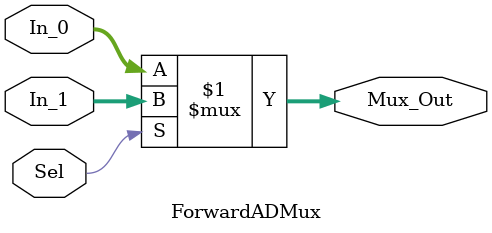
<source format=v>
`timescale 1ns / 1ps

module ForwardADMux(
    input Sel,
    input [31:0] In_0,
    input [31:0] In_1,
    output [31:0] Mux_Out
    );
    assign Mux_Out = Sel ? In_1 : In_0;
endmodule

</source>
